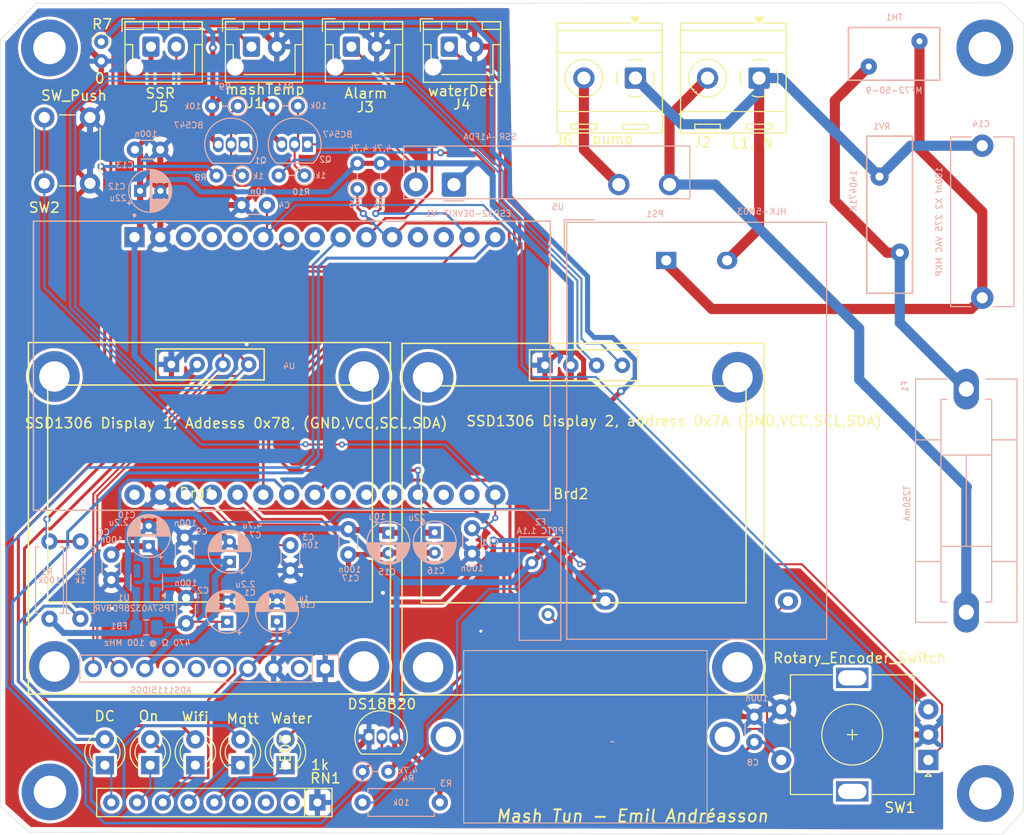
<source format=kicad_pcb>
(kicad_pcb (version 20241229) (generator "pcbnew") (generator_version "9.0")
  (layers (0 "F.Cu" signal) (2 "B.Cu" signal) (13 "F.Paste" user) (15 "B.Paste" user) (5 "F.SilkS" user "F.Silkscreen") (7 "B.SilkS" user "B.Silkscreen") (1 "F.Mask" user) (3 "B.Mask" user) (25 "Edge.Cuts" user))
  (net 0 "")
  (net 1 "rotoryEncoderA")
  (net 2 "Net-(LED1-K)")
  (net 3 "Net-(LED2-K)")
  (net 4 "rotoryEncoderB")
  (net 5 "DC")
  (net 6 "Alarm")
  (net 7 "AirTempDS8B20")
  (net 8 "Net-(LED3-K)")
  (net 9 "Net-(J5-Pin_2)")
  (net 10 "Net-(Q1-B)")
  (net 11 "GND_DIG")
  (net 12 "PumpPin")
  (net 13 "AC_N")
  (net 14 "WifiLED")
  (net 15 "MqttLED")
  (net 16 "Net-(DC1-K)")
  (net 17 "OnOffLED")
  (net 18 "waterDetection")
  (net 19 "confirmButton")
  (net 20 "AC_L")
  (net 21 "Net-(U1-IN)")
  (net 22 "Net-(U4-EN)")
  (net 23 "+3V3_DIG")
  (net 27 "Net-(Q2-B)")
  (net 43 "Net-(PS1-+Vout)")
  (net 44 "I2C_SDA")
  (net 45 "I2C_SCL")
  (net 46 "MASH_TEMP_LP")
  (net 47 "+3V3_ADC")
  (net 48 "AC_L_FUSED")
  (net 49 "AC_L_PSU")
  (net 50 "AC_L_PUMP")
  (net 51 "MASH_TEMP")
  (net 55 "Net-(OnOff1-K)")
  (net 56 "GND_PWR")
  (net 57 "Net-(Q2-C)")
  (footprint "Resistor_THT:R_Axial_DIN0204_L3.6mm_D1.6mm_P1.90mm_Vertical" (layer "F.Cu") (at 110.5154 58.4504 -90)
    (property "Reference" "R7")
    (property "Value" "0")
  )
  (footprint "Button_Switch_THT:SW_PUSH_6mm" (layer "F.Cu") (at 104.902 72.413 90)
    (property "Reference" "SW2")
    (property "Value" "SW_Push")
  )
  (footprint "Connector_JST:JST_XH_B2B-XH-AM_1x02_P2.50mm_Vertical" (layer "F.Cu") (at 125.318 58.928)
    (property "Reference" "J1")
    (property "Value" "mashTemp")
  )
  (footprint "LED_THT:LED_D3.0mm" (layer "F.Cu") (at 110.871 129.793999 90)
    (property "Reference" "DC1" (hide yes))
    (property "Value" "DC")
  )
  (footprint "Connector_JST:JST_XH_B2B-XH-AM_1x02_P2.50mm_Vertical" (layer "F.Cu") (at 135.168 58.928)
    (property "Reference" "J3")
    (property "Value" "Alarm")
  )
  (footprint "MountingHole:MountingHole_3.2mm_M3_DIN965_Pad" (layer "F.Cu") (at 197.612 59.055)
    (property "Reference" "H1" (hide yes))
    (property "Value" "MountingHole" (hide yes))
  )
  (footprint "MountingHole:MountingHole_3.2mm_M3_DIN965_Pad" (layer "F.Cu") (at 105.4608 132.4356)
    (property "Reference" "H3" (hide yes))
    (property "Value" "MountingHole" (hide yes))
  )
  (footprint "SSD1306:ssd1306_1.3''" (layer "F.Cu") (at 149.178 92.892)
    (property "Reference" "Brd2")
    (property "Value" "SSD1306 Display 2, address 0x7A (GND,VCC,SCL,SDA)")
  )
  (footprint "LED_THT:LED_D3.0mm" (layer "F.Cu") (at 119.788 129.793998 90)
    (property "Reference" "LED1" (hide yes))
    (property "Value" "Wifi")
  )
  (footprint "Connector_JST:JST_XH_B2B-XH-AM_1x02_P2.50mm_Vertical" (layer "F.Cu") (at 144.82 58.928)
    (property "Reference" "J4")
    (property "Value" "waterDet")
  )
  (footprint "LED_THT:LED_D3.0mm" (layer "F.Cu") (at 128.678 129.793998 90)
    (property "Reference" "LED3")
    (property "Value" "Water")
  )
  (footprint "Package_TO_SOT_THT:TO-92L_Inline" (layer "F.Cu") (at 136.906 127)
    (property "Reference" "Air_temp1" (hide yes))
    (property "Value" "DS18B20")
  )
  (footprint "Rotary_Encoder:RotaryEncoder_Alps_EC11E-Switch_Vertical_H20mm" (layer "F.Cu") (at 192.046 129.286 180)
    (property "Reference" "SW1")
    (property "Value" "Rotary_Encoder_Switch")
  )
  (footprint "SSD1306:ssd1306_1.3''" (layer "F.Cu") (at 112.348 92.8104)
    (property "Reference" "Brd1")
    (property "Value" "SSD1306 Display 1, Addesss 0x78, (GND,VCC,SCL,SDA)")
  )
  (footprint "MountingHole:MountingHole_3.2mm_M3_DIN965_Pad" (layer "F.Cu") (at 105.41 59.055)
    (property "Reference" "H2" (hide yes))
    (property "Value" "MountingHole" (hide yes))
  )
  (footprint "Resistor_THT:R_Array_SIP9" (layer "F.Cu") (at 131.826 133.477 180)
    (property "Reference" "RN1")
    (property "Value" "1k")
  )
  (footprint "TerminalBlock_RND:TerminalBlock_RND_205-00287_1x02_P5.08mm_Horizontal" (layer "F.Cu") (at 163.1696 62.0268 180)
    (property "Reference" "J6")
    (property "Value" "pump")
  )
  (footprint "TerminalBlock_RND:TerminalBlock_RND_205-00287_1x02_P5.08mm_Horizontal" (layer "F.Cu") (at 175.3616 62.0268 180)
    (property "Reference" "J2")
    (property "Value" "L1, N")
  )
  (footprint "Connector_JST:JST_XH_B2B-XH-AM_1x02_P2.50mm_Vertical" (layer "F.Cu") (at 115.412 58.928)
    (property "Reference" "J5")
    (property "Value" "SSR")
  )
  (footprint "LED_THT:LED_D3.0mm" (layer "F.Cu") (at 115.343001 129.794 90)
    (property "Reference" "OnOff1" (hide yes))
    (property "Value" "On")
  )
  (footprint "LED_THT:LED_D3.0mm" (layer "F.Cu") (at 124.233 129.793998 90)
    (property "Reference" "LED2" (hide yes))
    (property "Value" "Mqtt")
  )
  (footprint "MountingHole:MountingHole_3.2mm_M3_DIN965_Pad" (layer "F.Cu") (at 197.6628 132.588)
    (property "Reference" "H4" (hide yes))
    (property "Value" "MountingHole" (hide yes))
  )
  (footprint "Capacitor_THT:C_Disc_D3.0mm_W1.6mm_P2.50mm" (layer "B.Cu") (at 174.893999 127.516001 90)
    (property "Reference" "C8")
    (property "Value" "100n")
  )
  (footprint "Resistor_THT:R_Axial_DIN0204_L3.6mm_D1.6mm_P2.54mm_Vertical" (layer "B.Cu") (at 130.5445 71.6315 180)
    (property "Reference" "R10")
    (property "Value" "1k")
  )
  (footprint "Resistor_THT:R_Axial_DIN0207_L6.3mm_D2.5mm_P7.62mm_Horizontal" (layer "B.Cu") (at 143.891 133.477 180)
    (property "Reference" "R3")
    (property "Value" "10k")
  )
  (footprint "Capacitor_THT:C_Disc_D3.0mm_W1.6mm_P2.50mm" (layer "B.Cu") (at 111.506 109.026 -90)
    (property "Reference" "C6")
    (property "Value" "100n")
  )
  (footprint "Resistor_THT:R_Axial_DIN0204_L3.6mm_D1.6mm_P2.54mm_Vertical" (layer "B.Cu") (at 135.763 72.975 90)
    (property "Reference" "R5")
    (property "Value" "4.7k")
  )
  (footprint "AllprojectsFootprint:AlarmModule" (layer "B.Cu") (at 157.988 127)
    (property "Reference" "U3" (hide yes))
    (property "Value" "~")
  )
  (footprint "Capacitor_THT:CP_Radial_D4.0mm_P2.00mm" (layer "B.Cu") (at 143.383 106.839 -90)
    (property "Reference" "C16")
    (property "Value" "22u")
  )
  (footprint "Varistor:RV_Disc_D15.5mm_W4.5mm_P7.5mm" (layer "B.Cu") (at 189.23 79.248 90)
    (property "Reference" "RV1")
    (property "Value" "14D471K")
  )
  (footprint "Capacitor_THT:C_Rect_L16.5mm_W6.0mm_P15.00mm_MKT" (layer "B.Cu") (at 197.358 83.7 90)
    (property "Reference" "C14")
    (property "Value" "100nf X2 275 VAC MKP")
  )
  (footprint "Capacitor_THT:C_Disc_D3.0mm_W1.6mm_P2.50mm" (layer "B.Cu") (at 116.332 69.088 180)
    (property "Reference" "C13")
    (property "Value" "100n")
  )
  (footprint "Resistor_THT:R_Axial_DIN0204_L3.6mm_D1.6mm_P2.54mm_Vertical" (layer "B.Cu") (at 138.049 72.975 90)
    (property "Reference" "R6")
    (property "Value" "4.7k")
  )
  (footprint "Resistor_THT:R_Axial_DIN0204_L3.6mm_D1.6mm_P2.54mm_Vertical" (layer "B.Cu") (at 124.41 71.649 180)
    (property "Reference" "R8")
    (property "Value" "1k")
  )
  (footprint "Package_TO_SOT_THT:TO-92_Inline" (layer "B.Cu") (at 130.8485 68.5625 180)
    (property "Reference" "Q2")
    (property "Value" "BC547")
  )
  (footprint "Capacitor_SMD:C_0805_2012Metric_Pad1.18x1.45mm_HandSolder" (layer "B.Cu") (at 114.9565 116.205001)
    (property "Reference" "FB1")
    (property "Value" "470 Ω @ 100 MHz")
  )
  (footprint "Converter_ACDC:Converter_ACDC_Hi-Link_HLK-5Mxx" (layer "B.Cu") (at 166.207 80.0115 -90)
    (property "Reference" "PS1")
    (property "Value" "HLK-5M03")
  )
  (footprint "Capacitor_THT:CP_Radial_D4.0mm_P2.00mm" (layer "B.Cu") (at 123.19 109.736 90)
    (property "Reference" "C7")
    (property "Value" "4.7u")
  )
  (footprint "Resistor_THT:R_Axial_DIN0204_L3.6mm_D1.6mm_P2.54mm_Vertical" (layer "B.Cu") (at 123.979 64.791 180)
    (property "Reference" "R9")
    (property "Value" "10k")
  )
  (footprint "Resistor_THT:R_Axial_DIN0207_L6.3mm_D2.5mm_P7.62mm_Horizontal" (layer "B.Cu") (at 108.458 115.356 90)
    (property "Reference" "R2")
    (property "Value" "1k")
  )
  (footprint "Capacitor_THT:C_Disc_D3.0mm_W1.6mm_P2.50mm" (layer "B.Cu") (at 134.874 109.0168 90)
    (property "Reference" "C17")
    (property "Value" "100n")
  )
  (footprint "Varistor:RV_Disc_D9mm_W5.2mm_P5mm" (layer "B.Cu") (at 186.171199 60.8892)
    (property "Reference" "TH1")
    (property "Value" "MF72-5D-9")
  )
  (footprint "Resistor_THT:R_Axial_DIN0207_L6.3mm_D2.5mm_P7.62mm_Horizontal" (layer "B.Cu") (at 105.41 107.736 -90)
    (property "Reference" "R1")
    (property "Value" "100k")
  )
  (footprint "Resistor_THT:R_Axial_DIN0204_L3.6mm_D1.6mm_P2.54mm_Vertical" (layer "B.Cu") (at 136.271 130.429)
    (property "Reference" "R4")
    (property "Value" "4.7k")
  )
  (footprint "Capacitor_THT:C_Disc_D3.0mm_W1.6mm_P2.50mm" (layer "B.Cu") (at 147.066 108.926 90)
    (property "Reference" "C11")
    (property "Value" "100n")
  )
  (footprint "Package_TO_SOT_SMD:SOT-23-5" (layer "B.Cu") (at 114.996001 111.7655 90)
    (property "Reference" "U1")
    (property "Value" "TPS7A0328PDBVR")
  )
  (footprint "Capacitor_THT:CP_Radial_D4.0mm_P2.00mm" (layer "B.Cu") (at 122.936 115.653601 90)
    (property "Reference" "C1")
    (property "Value" "2.2u")
  )
  (footprint "Fuse_Holders_and_Fuses:Fuseholder5x20_horiz_SemiClosed_Casing10x25mm" (layer "B.Cu") (at 195.7832 92.71 -90)
    (property "Reference" "F1")
    (property "Value" "T250mA")
  )
  (footprint "Capacitor_THT:CP_Radial_D4.0mm_P2.00mm" (layer "B.Cu") (at 138.811001 106.871001 -90)
    (property "Reference" "C15")
    (property "Value" "10u")
  )
  (footprint "Fuse:Fuse_BelFuse_0ZRE0016FF_L9.9mm_W3.8mm" (layer "B.Cu") (at 154.559 114.935 90)
    (property "Reference" "F2")
    (property "Value" "PPTC 1.1A")
  )
  (footprint "Capacitor_THT:CP_Radial_D4.0mm_P2.00mm" (layer "B.Cu") (at 114.3434 73.152)
    (property "Reference" "C12")
    (property "Value" "22u")
  )
  (footprint "Capacitor_THT:C_Disc_D3.0mm_W1.6mm_P2.50mm" (layer "B.Cu") (at 126.853 74.549 180)
    (property "Reference" "C4")
    (property "Value" "10n")
  )
  (footprint "Capacitor_THT:CP_Radial_D4.0mm_P2.00mm" (layer "B.Cu") (at 127.8382 115.6282 90)
    (property "Reference" "C18")
    (property "Value" "1u")
  )
  (footprint "Capacitor_THT:C_Disc_D3.0mm_W1.6mm_P2.50mm" (layer "B.Cu") (at 118.745 109.855 90)
    (property "Reference" "C9")
    (property "Value" "100n")
  )
  (footprint "ESP32_DEVKIT_V1:ESP32_DEVKIT_V1" (layer "B.Cu") (at 129.307 90.424 -90)
    (property "Reference" "U4")
    (property "Value" "ESP32-DEVKIT-V1")
  )
  (footprint "Package_TO_SOT_THT:TO-92_Inline" (layer "B.Cu") (at 124.587 68.58 180)
    (property "Reference" "Q1")
    (property "Value" "BC547")
  )
  (footprint "Capacitor_THT:CP_Radial_D4.0mm_P2.00mm" (layer "B.Cu") (at 115.189 108.2006 90)
    (property "Reference" "C10")
    (property "Value" "2.2u")
  )
  (footprint "Capacitor_THT:C_Disc_D3.0mm_W1.6mm_P2.50mm" (layer "B.Cu") (at 118.872 115.804 90)
    (property "Reference" "C2")
    (property "Value" "100n")
  )
  (footprint "OptoDevice:Finder_34.81" (layer "B.Cu") (at 145.282001 72.531499)
    (property "Reference" "U5")
    (property "Value" "SSR-41FDA")
  )
  (footprint "Capacitor_THT:C_Disc_D3.0mm_W1.6mm_P2.50mm" (layer "B.Cu") (at 129.159 108.097 -90)
    (property "Reference" "C3")
    (property "Value" "10n")
  )
  (footprint "Resistor_THT:R_Axial_DIN0204_L3.6mm_D1.6mm_P2.54mm_Vertical" (layer "B.Cu") (at 129.8956 64.77 180)
    (property "Reference" "R11")
    (property "Value" "10k")
  )
  (footprint "Connector_PinSocket_2.54mm:PinSocket_1x10_P2.54mm_Vertical" (layer "B.Cu") (at 132.588 120.269 90)
    (property "Reference" "U2")
    (property "Value" "ADS1115IDGS")
  )
  (gr_poly (pts (xy 199.338926 54.609726) (xy 201.449755 56.720555) (xy 201.398058 134.317584) (xy 199.271744 136.65236) (xy 103.378 136.398) (xy 100.5586 133.860542) (xy 100.5586 58.293462) (xy 104.063469 54.661143)) (stroke (width 0.05)) (fill no) (layer "Edge.Cuts"))
  (gr_text "Mash Tun - Emil Andréasson" (at 149.352 135.509 0) (layer "F.SilkS") (effects (font (size 1.2 1.2) (thickness 0.1875) (italic yes)) (justify left bottom)))
  (segment (start 121.57 104.425) (end 120.173 104.425) (width 0.2) (layer "F.Cu") (net 1))
  (segment (start 193.397 123.797108) (end 193.397 127.935) (width 0.2) (layer "F.Cu") (net 1))
  (segment (start 129.159 108.097) (end 125.242 108.097) (width 0.2) (layer "F.Cu") (net 1))
  (segment (start 120.173 104.425) (end 118.872 103.124) (width 0.2) (layer "F.Cu") (net 1))
  (segment (start 179.581756 109.981864) (end 193.397 123.797108) (width 0.2) (layer "F.Cu") (net 1))
  (segment (start 157.708736 109.981864) (end 179.581756 109.981864) (width 0.2) (layer "F.Cu") (net 1))
  (segment (start 193.397 127.935) (end 192.046 129.286) (width 0.2) (layer "F.Cu") (net 1))
  (segment (start 125.242 108.097) (end 121.57 104.425) (width 0.2) (layer "F.Cu") (net 1))
  (via (at 157.708736 109.981864) (size 0.6) (drill 0.3) (layers "F.Cu" "B.Cu") (net 1))
  (segment (start 121.551 105.803) (end 118.872 103.124) (width 0.2) (layer "B.Cu") (net 1))
  (segment (start 132.969 105.803) (end 121.551 105.803) (width 0.2) (layer "B.Cu") (net 1))
  (segment (start 134.247 104.525) (end 132.969 105.803) (width 0.2) (layer "B.Cu") (net 1))
  (segment (start 192.411999 129.286001) (end 192.046 129.286) (width 0.2) (layer "B.Cu") (net 1))
  (segment (start 152.251872 104.525) (end 157.708736 109.981864) (width 0.2) (layer "B.Cu") (net 1))
  (segment (start 134.247 104.525) (end 152.251872 104.525) (width 0.2) (layer "B.Cu") (net 1))
  (segment (start 116.586 133.477) (end 119.788001 130.275) (width 0.2) (layer "B.Cu") (net 2))
  (segment (start 119.788001 130.275) (end 119.788 129.793998) (width 0.2) (layer "B.Cu") (net 2))
  (segment (start 119.126 133.476999) (end 122.809001 129.793998) (width 0.2) (layer "B.Cu") (net 3))
  (segment (start 122.809001 129.793998) (end 124.233 129.793998) (width 0.2) (layer "B.Cu") (net 3))
  (segment (start 126.853 77.362999) (end 126.492 77.723999) (width 0.2) (layer "F.Cu") (net 4))
  (segment (start 126.853 74.549) (end 126.853 77.362999) (width 0.2) (layer "F.Cu") (net 4))
  (segment (start 126.345 77.576999) (end 126.492 77.723999) (width 0.2) (layer "F.Cu") (net 4))
  (segment (start 129.666999 74.549) (end 126.492 77.723999) (width 0.2) (layer "B.Cu") (net 4))
  (segment (start 148.158314 74.549) (end 129.666999 74.549) (width 0.2) (layer "B.Cu") (net 4))
  (segment (start 151.955 90.375) (end 151.955 78.345686) (width 0.2) (layer "B.Cu") (net 4))
  (segment (start 151.955 78.345686) (end 148.158314 74.549) (width 0.2) (layer "B.Cu") (net 4))
  (segment (start 151.955 90.375) (end 153.095 91.515) (width 0.2) (layer "B.Cu") (net 4))
  (segment (start 153.095 91.515) (end 159.275 91.515) (width 0.2) (layer "B.Cu") (net 4))
  (segment (start 159.275 91.515) (end 192.046 124.286) (width 0.2) (layer "B.Cu") (net 4))
  (segment (start 110.853 71.102) (end 110.49 70.739) (width 0.3) (layer "F.Cu") (net 5))
  (segment (start 102.346 121.531687) (end 108.068312 127.253999) (width 0.3) (layer "F.Cu") (net 5))
  (segment (start 110.853 98.707214) (end 110.853 71.102) (width 0.3) (layer "F.Cu") (net 5))
  (segment (start 110.853 98.707214) (end 102.346 107.214214) (width 0.3) (layer "F.Cu") (net 5))
  (segment (start 102.346 107.214214) (end 102.346 121.531687) (width 0.3) (layer "F.Cu") (net 5))
  (segment (start 108.068312 127.253999) (end 110.871 127.253999) (width 0.3) (layer "F.Cu") (net 5))
  (via (at 110.49 70.739) (size 0.7) (drill 0.35) (layers "F.Cu" "B.Cu") (net 5))
  (segment (start 112.341 102.522976) (end 113.190976 101.673) (width 0.3) (layer "B.Cu") (net 5))
  (segment (start 102.346 121.531687) (end 102.346 115.800876) (width 0.3) (layer "B.Cu") (net 5))
  (segment (start 110.49 70.739) (end 120.96 70.739) (width 0.3) (layer "B.Cu") (net 5))
  (segment (start 110.871 127.253999) (end 108.068312 127.253999) (width 0.3) (layer "B.Cu") (net 5))
  (segment (start 108.068312 127.253999) (end 102.346 121.531687) (width 0.3) (layer "B.Cu") (net 5))
  (segment (start 120.96 70.739) (end 121.87 71.649) (width 0.3) (layer "B.Cu") (net 5))
  (segment (start 112.341 105.805876) (end 112.341 102.522976) (width 0.3) (layer "B.Cu") (net 5))
  (segment (start 127.581 101.673) (end 129.032 103.124) (width 0.3) (layer "B.Cu") (net 5))
  (segment (start 113.190976 101.673) (end 127.581 101.673) (width 0.3) (layer "B.Cu") (net 5))
  (segment (start 102.346 115.800876) (end 112.341 105.805876) (width 0.3) (layer "B.Cu") (net 5))
  (segment (start 143.108001 73.1843) (end 140.445301 75.847) (width 0.25) (layer "F.Cu") (net 6))
  (segment (start 138.529001 75.847) (end 136.652001 77.724) (width 0.25) (layer "F.Cu") (net 6))
  (segment (start 143.108001 66.868001) (end 143.108001 73.1843) (width 0.25) (layer "F.Cu") (net 6))
  (segment (start 135.168 58.928) (end 143.108001 66.868001) (width 0.25) (layer "F.Cu") (net 6))
  (segment (start 140.445301 75.847) (end 138.529001 75.847) (width 0.25) (layer "F.Cu") (net 6))
  (segment (start 138.176 128.524) (end 136.271 130.429) (width 0.25) (layer "F.Cu") (net 7))
  (segment (start 138.176 127) (end 138.176 128.524) (width 0.25) (layer "F.Cu") (net 7))
  (segment (start 131.390562 99.132562) (end 131.390562 80.445438) (width 0.25) (layer "B.Cu") (net 7))
  (segment (start 136.271 131.445) (end 132.206 135.51) (width 0.25) (layer "B.Cu") (net 7))
  (segment (start 132.206 135.51) (end 110.827457 135.51) (width 0.25) (layer "B.Cu") (net 7))
  (segment (start 101.219 121.998505) (end 101.219 108.37657) (width 0.25) (layer "B.Cu") (net 7))
  (segment (start 101.219 108.37657) (end 109.15657 100.439) (width 0.25) (layer "B.Cu") (net 7))
  (segment (start 109.15657 100.439) (end 130.084124 100.439) (width 0.25) (layer "B.Cu") (net 7))
  (segment (start 105.180248 125.959752) (end 105.053247 125.832752) (width 0.25) (layer "B.Cu") (net 7))
  (segment (start 131.390562 80.445438) (end 134.112 77.724) (width 0.25) (layer "B.Cu") (net 7))
  (segment (start 108.967 129.746505) (end 105.180248 125.959752) (width 0.25) (layer "B.Cu") (net 7))
  (segment (start 105.180248 125.959752) (end 101.219 121.998505) (width 0.25) (layer "B.Cu") (net 7))
  (segment (start 136.271 130.429) (end 136.271 131.445) (width 0.25) (layer "B.Cu") (net 7))
  (segment (start 108.967 133.649543) (end 108.967 129.746505) (width 0.25) (layer "B.Cu") (net 7))
  (segment (start 110.827457 135.51) (end 108.967 133.649543) (width 0.25) (layer "B.Cu") (net 7))
  (segment (start 130.084124 100.439) (end 131.390562 99.132562) (width 0.25) (layer "B.Cu") (net 7))
  (segment (start 127.477 130.994999) (end 124.148001 130.994999) (width 0.2) (layer "B.Cu") (net 8))
  (segment (start 128.678 129.793998) (end 127.477 130.994999) (width 0.2) (layer "B.Cu") (net 8))
  (segment (start 124.148001 130.994999) (end 121.666 133.477) (width 0.2) (layer "B.Cu") (net 8))
  (segment (start 123.409 72.063628) (end 123.995372 72.65) (width 0.2) (layer "F.Cu") (net 9))
  (segment (start 123.995372 72.65) (end 124.824628 72.65) (width 0.2) (layer "F.Cu") (net 9))
  (segment (start 125.411 72.063628) (end 125.411 69.404) (width 0.2) (layer "F.Cu") (net 9))
  (segment (start 117.912 58.928) (end 117.912 65.908851) (width 0.2) (layer "F.Cu") (net 9))
  (segment (start 123.409 71.405851) (end 123.409 72.063628) (width 0.2) (layer "F.Cu") (net 9))
  (segment (start 117.912 65.908851) (end 123.409 71.405851) (width 0.2) (layer "F.Cu") (net 9))
  (segment (start 125.411 69.404) (end 124.587 68.58) (width 0.2) (layer "F.Cu") (net 9))
  (segment (start 124.824628 72.65) (end 125.411 72.063628) (width 0.2) (layer "F.Cu") (net 9))
  (segment (start 123.317 65.453) (end 123.317 68.58) (width 0.2) (layer "F.Cu") (net 10))
  (segment (start 124.41 71.649) (end 123.317 70.556) (width 0.2) (layer "F.Cu") (net 10))
  (segment (start 123.317 70.556) (end 123.317 68.58) (width 0.2) (layer "F.Cu") (net 10))
  (segment (start 123.979 64.791) (end 123.317 65.453) (width 0.2) (layer "F.Cu") (net 10))
  (segment (start 143.1906 112.8014) (end 138.2776 112.8014) (width 0.5) (layer "F.Cu") (net 11))
  (segment (start 117.094 111.526) (end 118.872 113.304) (width 0.5) (layer "F.Cu") (net 11))
  (segment (start 115.189 106.2006) (end 115.189 104.266999) (width 0.6) (layer "F.Cu") (net 11))
  (segment (start 180.046001 126.786) (end 192.046 126.785999) (width 0.6) (layer "F.Cu") (net 11))
  (segment (start 147.32 58.928) (end 148.77 58.928) (width 0.6) (layer "F.Cu") (net 11))
  (segment (start 119.221601 113.653601) (end 118.872 113.304) (width 0.6) (layer "F.Cu") (net 11))
  (segment (start 126.361 90.0684) (end 126.361 89.726537) (width 0.6) (layer "F.Cu") (net 11))
  (segment (start 164.459942 123.986) (end 155.9814 115.507458) (width 0.5) (layer "F.Cu") (net 11))
  (segment (start 114.905477 99.360677) (end 120.214077 94.052077) (width 0.6) (layer "F.Cu") (net 11))
  (segment (start 131.826 132.08) (end 131.826 133.477) (width 0.6) (layer "F.Cu") (net 11))
  (segment (start 155.9814 109.0168) (end 158.061 106.9372) (width 0.5) (layer "F.Cu") (net 11))
  (segment (start 110.570618 56.626) (end 109.2644 57.932218) (width 0.6) (layer "F.Cu") (net 11))
  (segment (start 122.936 113.653601) (end 119.221601 113.653601) (width 0.6) (layer "F.Cu") (net 11))
  (segment (start 173.762629 125.016001) (end 172.732628 123.986) (width 0.5) (layer "F.Cu") (net 11))
  (segment (start 110.5154 64.7996) (end 109.402 65.913) (width 0.5) (layer "F.Cu") (net 11))
  (segment (start 120.214077 94.052077) (end 123.123186 94.052077) (width 0.6) (layer "F.Cu") (net 11))
  (segment (start 126.361 89.277) (end 125.349 88.265) (width 0.6) (layer "F.Cu") (net 11))
  (segment (start 116.332 73.1634) (end 116.3434 73.152) (width 0.6) (layer "F.Cu") (net 11))
  (segment (start 154.308 77.46976) (end 154.308 90.302) (width 0.6) (layer "F.Cu") (net 11))
  (segment (start 116.332 69.088) (end 116.332 73.1406) (width 0.6) (layer "F.Cu") (net 11))
  (segment (start 123.1144 113.832001) (end 122.936 113.6536) (width 0.6) (layer "F.Cu") (net 11))
  (segment (start 125.349 88.265) (end 124.841 88.265) (width 0.6) (layer "F.Cu") (net 11))
  (segment (start 158.061 106.9372) (end 158.061 105.0544) (width 0.5) (layer "F.Cu") (net 11))
  (segment (start 154.308 90.302) (end 154.258 90.352) (width 0.6) (layer "F.Cu") (net 11))
  (segment (start 114.905477 101.697478) (end 114.905477 99.360677) (width 0.6) (layer "F.Cu") (net 11))
  (segment (start 177.546 124.286) (end 180.046001 126.786) (width 0.6) (layer "F.Cu") (net 11))
  (segment (start 109.2644 59.0994) (end 110.5154 60.3504) (width 0.6) (layer "F.Cu") (net 11))
  (segment (start 119.506999 74.549) (end 124.353 74.549) (width 0.6) (layer "F.Cu") (net 11))
  (segment (start 116.332 77.723999) (end 116.332 73.1634) (width 0.6) (layer "F.Cu") (net 11))
  (segment (start 110.5154 60.3504) (end 110.5154 64.7996) (width 0.5) (layer "F.Cu") (net 11))
  (segment (start 174.893999 125.016001) (end 173.762629 125.016001) (width 0.5) (layer "F.Cu") (net 11))
  (segment (start 116.332 73.1406) (end 116.3434 73.152) (width 0.6) (layer "F.Cu") (net 11))
  (segment (start 157.321152 89.089) (end 155.521 89.089) (width 0.5) (layer "F.Cu") (net 11))
  (segment (start 158.061 89.828848) (end 157.321152 89.089) (width 0.5) (layer "F.Cu") (net 11))
  (segment (start 136.906 127) (end 131.826 132.08) (width 0.6) (layer "F.Cu") (net 11))
  (segment (start 109.2644 57.932218) (end 109.2644 59.0994) (width 0.6) (layer "F.Cu") (net 11))
  (segment (start 127.818 58.928) (end 127.818 58.867576) (width 0.6) (layer "F.Cu") (net 11))
  (segment (start 172.732628 123.986) (end 164.459942 123.986) (width 0.5) (layer "F.Cu") (net 11))
  (segment (start 126.361 89.726537) (end 126.361 89.277) (width 0.6) (layer "F.Cu") (net 11))
  (segment (start 123.123186 94.052077) (end 126.361 90.814263) (width 0.6) (layer "F.Cu") (net 11))
  (segment (start 155.9814 115.507458) (end 155.9814 109.0168) (width 0.5) (layer "F.Cu") (net 11))
  (segment (start 111.506 111.526) (end 117.094 111.526) (width 0.5) (layer "F.Cu") (net 11))
  (segment (start 148.77 58.928) (end 150.5238 60.6818) (width 0.6) (layer "F.Cu") (net 11))
  (segment (start 127.818 58.867576) (end 125.576424 56.626) (width 0.6) (layer "F.Cu") (net 11))
  (segment (start 150.5238 73.68556) (end 154.308 77.46976) (width 0.6) (layer "F.Cu") (net 11))
  (segment (start 116.331999 103.124) (end 114.905477 101.697478) (width 0.6) (layer "F.Cu") (net 11))
  (segment (start 116.332 77.723999) (end 119.506999 74.549) (width 0.6) (layer "F.Cu") (net 11))
  (segment (start 155.521 89.089) (end 154.258 90.352) (width 0.5) (layer "F.Cu") (net 11))
  (segment (start 150.5238 60.6818) (end 150.5238 73.68556) (width 0.6) (layer "F.Cu") (net 11))
  (segment (start 126.361 90.814263) (end 126.361 90.0684) (width 0.6) (layer "F.Cu") (net 11))
  (segment (start 125.576424 56.626) (end 110.570618 56.626) (width 0.6) (layer "F.Cu") (net 11))
  (segment (start 115.189 104.266999) (end 116.331999 103.124) (width 0.6) (layer "F.Cu") (net 11))
  (segment (start 158.061 105.0544) (end 158.061 89.828848) (width 0.5) (layer "F.Cu") (net 11))
  (segment (start 147.066 108.926) (end 143.1906 112.8014) (width 0.5) (layer "F.Cu") (net 11))
  (via (at 147.9296 116.586) (size 0.6) (drill 0.3) (layers "F.Cu" "B.Cu") (net 11))
  (via (at 111.6076 114.3508) (size 0.6) (drill 0.3) (layers "F.Cu" "B.Cu") (net 11))
  (via (at 138.2776 112.8014) (size 0.8) (drill 0.4) (layers "F.Cu" "B.Cu") (net 11))
  (via (at 124.841 88.265) (size 0.8) (drill 0.4) (layers "F.Cu" "B.Cu") (net 11))
  (segment (start 124.841 88.265) (end 119.4334 88.265) (width 0.6) (layer "B.Cu") (net 11))
  (segment (start 135.7938 110.597) (end 129.159 110.597) (width 0.5) (layer "B.Cu") (net 11))
  (segment (start 131.572 113.01) (end 129.159 110.597) (width 0.6) (layer "B.Cu") (net 11))
  (segment (start 109.402 65.913) (end 109.402 72.413) (width 0.6) (layer "B.Cu") (net 11))
  (segment (start 117.5906 106.200599) (end 115.189 106.2006) (width 0.6) (layer "B.Cu") (net 11))
  (segment (start 177.546 124.286) (end 175.623999 124.285999) (width 0.6) (layer "B.Cu") (net 11))
  (segment (start 118.1095 114.0665) (end 118.872 113.304) (width 0.5) (layer "B.Cu") (net 11))
  (segment (start 138.2776 112.8014) (end 137.9982 112.8014) (width 0.5) (layer "B.Cu") (net 11))
  (segment (start 123.114399 113.832) (end 122.936 113.653601) (width 0.6) (layer "B.Cu") (net 11))
  (segment (start 111.9665 74.9775) (end 115.366428 74.9775) (width 0.6) (layer "B.Cu") (net 11))
  (segment (start 126.051 110.597) (end 123.19 107.736) (width 0.5) (layer "B.Cu") (net 11))
  (segment (start 111.9665 74.9775) (end 109.402 72.413) (width 0.6) (layer "B.Cu") (net 11))
  (segment (start 117.428 78.819999) (end 117.428 90.352) (width 0.6) (layer "B.Cu") (net 11))
  (segment (start 127.8636 113.6536) (end 127.8636 111.8924) (width 0.5) (layer "B.Cu") (net 11))
  (segment (start 131.826 124.587) (end 127.508 120.269) (width 0.6) (layer "B.Cu") (net 11))
  (segment (start 131.572 116.205) (end 131.572 113.01) (width 0.6) (layer "B.Cu") (net 11))
  (segment (start 175.623999 124.285999) (end 174.893999 125.016) (width 0.6) (layer "B.Cu") (net 11))
  (segment (start 137.9982 112.8014) (end 135.7938 110.597) (width 0.5) (layer "B.Cu") (net 11))
  (segment (start 115.522191 114.0665) (end 118.1095 114.0665) (width 0.5) (layer "B.Cu") (net 11))
  (segment (start 127.508 120.269) (end 131.572 116.205) (width 0.6) (layer "B.Cu") (net 11))
  (segment (start 145.869 57.327) (end 139.269 57.327) (width 0.6) (layer "B.Cu") (net 11))
  (segment (start 139.269 57.327) (end 137.668 58.928) (width 0.6) (layer "B.Cu") (net 11))
  (segment (start 119.4334 88.265) (end 119.2302 88.4682) (width 0.6) (layer "B.Cu") (net 11))
  (segment (start 137.668 58.778) (end 137.668 58.928) (width 0.6) (layer "B.Cu") (net 11))
  (segment (start 118.745 107.355) (end 117.5906 106.200599) (width 0.6) (layer "B.Cu") (net 11))
  (segment (start 131.826 133.477) (end 131.826 124.587) (width 0.6) (layer "B.Cu") (net 11))
  (segment (start 147.32 58.778) (end 145.869 57.327) (width 0.6) (layer "B.Cu") (net 11))
  (segment (start 116.332 77.723999) (end 117.428 78.819999) (width 0.6) (layer "B.Cu") (net 11))
  (segment (start 129.419 57.327) (end 136.217 57.327) (width 0.6) (layer "B.Cu") (net 11))
  (segment (start 127.818 58.928) (end 129.419 57.327) (width 0.6) (layer "B.Cu") (net 11))
  (segment (start 122.809 107.355) (end 123.19 107.736) (width 0.6) (layer "B.Cu") (net 11))
  (segment (start 114.996001 112.903) (end 114.996001 113.54031) (width 0.5) (layer "B.Cu") (net 11))
  (segment (start 116.3434 74.000528) (end 116.3434 73.152) (width 0.6) (layer "B.Cu") (net 11))
  (segment (start 129.159 110.597) (end 126.051 110.597) (width 0.5) (layer "B.Cu") (net 11))
  (segment (start 147.32 58.928) (end 147.32 58.778) (width 0.6) (layer "B.Cu") (net 11))
  (segment (start 136.217 57.327) (end 137.668 58.778) (width 0.6) (layer "B.Cu") (net 11))
  (segment (start 192.332 126.5) (end 192.046 126.785999) (width 0.6) (layer "B.Cu") (net 11))
  (segment (start 115.366428 74.9775) (end 116.3434 74.000528) (width 0.6) (layer "B.Cu") (net 11))
  (segment (start 127.8636 111.8924) (end 129.159 110.597) (width 0.5) (layer "B.Cu") (net 11))
  (segment (start 114.996001 113.54031) (end 115.522191 114.0665) (width 0.5) (layer "B.Cu") (net 11))
  (segment (start 119.2302 88.4682) (end 117.428 90.2704) (width 0.6) (layer "B.Cu") (net 11))
  (segment (start 118.745 107.355) (end 122.809 107.355) (width 0.6) (layer "B.Cu") (net 11))
  (segment (start 143.9672 69.3928) (end 147.3708 69.3928) (width 0.25) (layer "F.Cu") (net 12))
  (segment (start 142.252878 87.4776) (end 133.604 87.4776) (width 0.25) (layer "F.Cu") (net 12))
  (segment (start 149.1996 74.0966) (end 151.229 76.126) (width 0.25) (layer "F.Cu") (net 12))
  (segment (start 151.229 78.501478) (end 142.252878 87.4776) (width 0.25) (layer "F.Cu") (net 12))
  (segment (start 126.491999 94.589601) (end 126.491999 103.124) (width 0.25) (layer "F.Cu") (net 12))
  (segment (start 133.604 87.4776) (end 126.491999 94.589601) (width 0.25) (layer "F.Cu") (net 12))
  (segment (start 151.229 76.126) (end 151.229 78.501478) (width 0.25) (layer "F.Cu") (net 12))
  (segment (start 147.3708 69.3928) (end 149.1996 71.2216) (width 0.25) (layer "F.Cu") (net 12))
  (segment (start 149.1996 71.2216) (end 149.1996 74.0966) (width 0.25) (layer "F.Cu") (net 12))
  (via (at 143.9672 69.3928) (size 0.7) (drill 0.35) (layers "F.Cu" "B.Cu") (net 12))
  (segment (start 143.9334 69.359) (end 132.079 69.359) (width 0.25) (layer "B.Cu") (net 12))
  (segment (start 131.334 70.104) (end 129.532 70.104) (width 0.25) (layer "B.Cu") (net 12))
  (segment (start 143.9672 69.3928) (end 143.9334 69.359) (width 0.25) (layer "B.Cu") (net 12))
  (segment (start 129.532 70.104) (end 128.0045 71.6315) (width 0.25) (layer "B.Cu") (net 12))
  (segment (start 132.079 69.359) (end 131.334 70.104) (width 0.25) (layer "B.Cu") (net 12))
  (segment (start 172.207 80.0115) (end 175.3616 76.8569) (width 1) (layer "F.Cu") (net 13))
  (segment (start 175.3616 76.8569) (end 175.3616 62.0268) (width 1) (layer "F.Cu") (net 13))
  (segment (start 163.1696 62.0268) (end 167.7206 66.5778) (width 1) (layer "B.Cu") (net 13))
  (segment (start 187.23 71.747999) (end 177.508801 62.0268) (width 1) (layer "B.Cu") (net 13))
  (segment (start 175.3616 63.382886) (end 175.3616 62.0268) (width 1) (layer "B.Cu") (net 13))
  (segment (start 197.358 68.7) (end 190.277999 68.7) (width 1) (layer "B.Cu") (net 13))
  (segment (start 177.508801 62.0268) (end 175.3616 62.0268) (width 1) (layer "B.Cu") (net 13))
  (segment (start 167.7206 66.5778) (end 172.166686 66.5778) (width 1) (layer "B.Cu") (net 13))
  (segment (start 190.277999 68.7) (end 187.23 71.747999) (width 1) (layer "B.Cu") (net 13))
  (segment (start 172.166686 66.5778) (end 175.3616 63.382886) (width 1) (layer "B.Cu") (net 13))
  (segment (start 129.032 77.724) (end 121.295 85.461) (width 0.3) (layer "F.Cu") (net 14))
  (segment (start 104.891818 106.485) (end 102.947 108.429818) (width 0.3) (layer "F.Cu") (net 14))
  (segment (start 121.295 85.461) (end 121.295 90.704168) (width 0.3) (layer "F.Cu") (net 14))
  (segment (start 102.947 121.282745) (end 107.567255 125.903) (width 0.3) (layer "F.Cu") (net 14))
  (segment (start 102.947 108.429818) (end 102.947 121.282745) (width 0.3) (layer "F.Cu") (net 14))
  (segment (start 121.295 90.704168) (end 105.514168 106.485) (width 0.3) (layer "F.Cu") (net 14))
  (segment (start 118.437002 125.903) (end 119.788 127.253998) (width 0.3) (layer "F.Cu") (net 14))
  (segment (start 107.567255 125.903) (end 118.437002 125.903) (width 0.3) (layer "F.Cu") (net 14))
  (segment (start 105.514168 106.485) (end 104.891818 106.485) (width 0.3) (layer "F.Cu") (net 14))
  (segment (start 112.757 133.995182) (end 112.024182 134.728) (width 0.3) (layer "B.Cu") (net 15))
  (segment (start 132.794838 79.785038) (end 147.290962 79.785038) (width 0.3) (layer "B.Cu") (net 15))
  (segment (start 109.52 129.555629) (end 101.745 121.780629) (width 0.3) (layer "B.Cu") (net 15))
  (segment (start 122.882 125.902998) (end 114.762001 125.902998) (width 0.3) (layer "B.Cu") (net 15))
  (segment (start 113.049034 100.965) (end 130.302 100.965) (width 0.3) (layer "B.Cu") (net 15))
  (segment (start 101.745 121.780629) (end 101.745 113.716182) (width 0.3) (layer "B.Cu") (net 15))
  (segment (start 107.207 106.807034) (end 113.049034 100.965) (width 0.3) (layer "B.Cu") (net 15))
  (segment (start 124.233 127.253998) (end 122.882 125.902998) (width 0.3) (layer "B.Cu") (net 15))
  (segment (start 109.52 133.260182) (end 109.52 129.555629) (width 0.3) (layer "B.Cu") (net 15))
  (segment (start 131.916562 80.663314) (end 132.794838 79.785038) (width 0.3) (layer "B.Cu") (net 15))
  (segment (start 130.302 100.965) (end 131.916562 99.350438) (width 0.3) (layer "B.Cu") (net 15))
  (segment (start 112.757 127.907999) (end 112.757 133.995182) (width 0.3) (layer "B.Cu") (net 15))
  (segment (start 112.024182 134.728) (end 110.987818 134.728) (width 0.3) (layer "B.Cu") (net 15))
  (segment (start 110.987818 134.728) (end 109.52 133.260182) (width 0.3) (layer "B.Cu") (net 15))
  (segment (start 114.762001 125.902998) (end 112.757 127.907999) (width 0.3) (layer "B.Cu") (net 15))
  (segment (start 131.916562 99.350438) (end 131.916562 80.663314) (width 0.3) (layer "B.Cu") (net 15))
  (segment (start 101.745 113.716182) (end 107.207 108.254182) (width 0.3) (layer "B.Cu") (net 15))
  (segment (start 107.207 108.254182) (end 107.207 106.807034) (width 0.3) (layer "B.Cu") (net 15))
  (segment (start 147.290962 79.785038) (end 149.352 77.724) (width 0.3) (layer "B.Cu") (net 15))
  (segment (start 111.506 130.428999) (end 110.871 129.793999) (width 0.2) (layer "B.Cu") (net 16))
  (segment (start 111.506 133.477) (end 111.506 130.428999) (width 0.2) (layer "B.Cu") (net 16))
  (segment (start 115.343001 127.254) (end 118.512 130.422999) (width 0.25) (layer "F.Cu") (net 17))
  (segment (start 126.365 105.537) (end 123.952 103.124) (width 0.25) (layer "F.Cu") (net 17))
  (segment (start 133.604 106.934) (end 132.207 105.537) (width 0.25) (layer "F.Cu") (net 17))
  (segment (start 121.064 131.069998) (end 121.064 123.366826) (width 0.25) (layer "F.Cu") (net 17))
  (segment (start 125.874463 117.558) (end 129.1522 117.558) (width 0.25) (layer "F.Cu") (net 17))
  (segment (start 118.512 131.069998) (end 121.064 131.069998) (width 0.25) (layer "F.Cu") (net 17))
  (segment (start 123.692 120.738826) (end 123.692 119.740463) (width 0.25) (layer "F.Cu") (net 17))
  (segment (start 121.064 123.366826) (end 123.692 120.738826) (width 0.25) (layer "F.Cu") (net 17))
  (segment (start 129.1522 117.558) (end 133.604 113.1062) (width 0.25) (layer "F.Cu") (net 17))
  (segment (start 132.207 105.537) (end 126.365 105.537) (width 0.25) (layer "F.Cu") (net 17))
  (segment (start 118.512 130.422999) (end 118.512 131.069998) (width 0.25) (layer "F.Cu") (net 17))
  (segment (start 123.692 119.740463) (end 125.874463 117.558) (width 0.25) (layer "F.Cu") (net 17))
  (segment (start 133.604 113.1062) (end 133.604 106.934) (width 0.25) (layer "F.Cu") (net 17))
  (segment (start 147.32 104.648) (end 143.255999 104.648) (width 0.3) (layer "F.Cu") (net 18))
  (segment (start 147.121827 61.229827) (end 144.82 58.928) (width 0.3) (layer "F.Cu") (net 18))
  (segment (start 143.255999 104.648) (end 141.732 103.124001) (width 0.3) (layer "F.Cu") (net 18))
  (segment (start 127.017999 98.620799) (end 127.017999 94.807477) (width 0.3) (layer "F.Cu") (net 18))
  (segment (start 136.9876 123.093) (end 143.950345 123.093) (width 0.3) (layer "F.Cu") (net 18))
  (segment (start 128.678 127.253998) (end 132.920598 123.0114) (width 0.3) (layer "F.Cu") (net 18))
  (segment (start 141.732 100.711) (end 129.1082 100.711) (width 0.3) (layer "F.Cu") (net 18))
  (segment (start 151.755 78.719354) (end 151.755 75.908124) (width 0.3) (layer "F.Cu") (net 18))
  (segment (start 148.701173 61.229827) (end 147.121827 61.229827) (width 0.3) (layer "F.Cu") (net 18))
  (segment (start 136.906 123.0114) (end 136.9876 123.093) (width 0.3) (layer "F.Cu") (net 18))
  (segment (start 129.1082 100.711) (end 127.017999 98.620799) (width 0.3) (layer "F.Cu") (net 18))
  (segment (start 150.202 107.53) (end 147.32 104.648) (width 0.3) (layer "F.Cu") (net 18))
  (segment (start 143.950345 123.093) (end 150.202 116.841345) (width 0.3) (layer "F.Cu") (net 18))
  (segment (start 127.017999 94.807477) (end 133.821876 88.0036) (width 0.3) (layer "F.Cu") (net 18))
  (segment (start 132.920598 123.0114) (end 136.906 123.0114) (width 0.3) (layer "F.Cu") (net 18))
  (segment (start 150.202 116.841345) (end 150.202 107.53) (width 0.3) (layer "F.Cu") (net 18))
  (segment (start 149.8228 62.351454) (end 148.701173 61.229827) (width 0.3) (layer "F.Cu") (net 18))
  (segment (start 149.8228 73.975924) (end 149.8228 62.351454) (width 0.3) (layer "F.Cu") (net 18))
  (segment (start 142.470754 88.0036) (end 151.755 78.719354) (width 0.3) (layer "F.Cu") (net 18))
  (segment (start 151.755 75.908124) (end 149.8228 73.975924) (width 0.3) (layer "F.Cu") (net 18))
  (segment (start 133.821876 88.0036) (end 142.470754 88.0036) (width 0.3) (layer "F.Cu") (net 18))
  (via (at 141.732 100.711) (size 0.7) (drill 0.35) (layers "F.Cu" "B.Cu") (net 18))
  (segment (start 141.732 100.711) (end 141.732 103.124001) (width 0.3) (layer "B.Cu") (net 18))
  (segment (start 171.25058 128.951) (end 170.0276 127.72802) (width 0.3) (layer "F.Cu") (net 19))
  (segment (start 150.803 102.522976) (end 149.953024 101.673) (width 0.3) (layer "F.Cu") (net 19))
  (segment (start 170.0276 127.72802) (end 170.0276 126.238) (width 0.3) (layer "F.Cu") (net 19))
  (segment (start 150.803 112.4966) (end 150.803 102.522976) (width 0.3) (layer "F.Cu") (net 19))
  (segment (start 133.023001 101.673) (end 131.572 103.124001) (width 0.3) (layer "F.Cu") (net 19))
  (segment (start 154.476834 116.31796) (end 150.803 112.644126) (width 0.3) (layer "F.Cu") (net 19))
  (segment (start 173.459 128.951) (end 171.25058 128.951) (width 0.3) (layer "F.Cu") (net 19))
  (segment (start 150.803 112.714836) (end 150.803 112.4966) (width 0.3) (layer "F.Cu") (net 19))
  (segment (start 150.803 112.644126) (end 150.803 112.4966) (width 0.3) (layer "F.Cu") (net 19))
  (segment (start 149.953024 101.673) (end 133.023001 101.673) (width 0.3) (layer "F.Cu") (net 19))
  (segment (start 174.893999 127.516001) (end 173.459 128.951) (width 0.3) (layer "F.Cu") (net 19))
  (segment (start 168.8776 125.088) (end 164.003479 125.088) (width 0.3) (layer "F.Cu") (net 19))
  (segment (start 164.003479 125.088) (end 155.23344 116.31796) (width 0.3) (layer "F.Cu") (net 19))
  (segment (start 170.0276 126.238) (end 168.8776 125.088) (width 0.3) (layer "F.Cu") (net 19))
  (segment (start 155.23344 116.31796) (end 154.476834 116.31796) (width 0.3) (layer "F.Cu") (net 19))
  (segment (start 177.546 129.286) (end 175.776 127.516) (width 0.3) (layer "B.Cu") (net 19))
  (segment (start 175.776 127.516) (end 174.893999 127.516001) (width 0.3) (layer "B.Cu") (net 19))
  (segment (start 166.532001 65.776399) (end 170.2816 62.0268) (width 1) (layer "F.Cu") (net 20))
  (segment (start 166.532001 72.531499) (end 166.532001 65.776399) (width 1) (layer "F.Cu") (net 20))
  (segment (start 166.532001 72.531499) (end 171.030242 72.531499) (width 1) (layer "B.Cu") (net 20))
  (segment (start 195.7832 102.4128) (end 195.7832 114.71) (width 1) (layer "B.Cu") (net 20))
  (segment (start 195.834 102.362) (end 195.7832 102.4128) (width 1) (layer "B.Cu") (net 20))
  (segment (start 185.229001 91.757001) (end 195.834 102.362) (width 1) (layer "B.Cu") (net 20))
  (segment (start 185.229001 86.730258) (end 185.229001 91.757001) (width 1) (layer "B.Cu") (net 20))
  (segment (start 171.030242 72.531499) (end 185.229001 86.730258) (width 1) (layer "B.Cu") (net 20))
  (segment (start 119.022399 115.653601) (end 118.872 115.804) (width 0.2) (layer "F.Cu") (net 21))
  (segment (start 122.936 115.653601) (end 119.022399 115.653601) (width 0.2) (layer "F.Cu") (net 21))
  (segment (start 119.34876 112.153) (end 120.023 112.82724) (width 0.2) (layer "B.Cu") (net 21))
  (segment (start 122.785601 115.804) (end 122.936 115.653601) (width 0.2) (layer "B.Cu") (net 21))
  (segment (start 116.696001 112.153) (end 119.34876 112.153) (width 0.2) (layer "B.Cu") (net 21))
  (segment (start 115.946001 116.157002) (end 115.994 116.205001) (width 0.2) (layer "B.Cu") (net 21))
  (segment (start 115.994 116.205001) (end 118.470999 116.205001) (width 0.2) (layer "B.Cu") (net 21))
  (segment (start 115.946001 112.903) (end 116.696001 112.153) (width 0.2) (layer "B.Cu") (net 21))
  (segment (start 118.470999 116.205001) (end 118.872 115.804) (width 0.2) (layer "B.Cu") (net 21))
  (segment (start 120.023 112.82724) (end 120.023 114.653) (width 0.2) (layer "B.Cu") (net 21))
  (segment (start 120.023 114.653) (end 118.872 115.804) (width 0.2) (layer "B.Cu") (net 21))
  (segment (start 134.239 98.171) (end 131.826 98.171) (width 0.2) (layer "F.Cu") (net 22))
  (segment (start 149.352 105.41) (end 149.352 103.124) (width 0.2) (layer "F.Cu") (net 22))
  (segment (start 149.078 103.398) (end 149.352 103.124) (width 0.2) (layer "F.Cu") (net 22))
  (segment (start 131.572 98.171) (end 130.683 98.171) (width 0.2) (layer "F.Cu") (net 22))
  (segment (start 130.683 98.171) (end 130.6576 98.1456) (width 0.2) (layer "F.Cu") (net 22))
  (segment (start 131.826 98.171) (end 131.572 98.171) (width 0.2) (layer "F.Cu") (net 22))
  (via (at 149.352 105.41) (size 0.6) (drill 0.3) (layers "F.Cu" "B.Cu") (net 22))
  (via (at 130.6576 98.1456) (size 0.6) (drill 0.3) (layers "F.Cu" "B.Cu") (net 22))
  (via (at 134.239 98.171) (size 0.6) (drill 0.3) (layers "F.Cu" "B.Cu") (net 22))
  (segment (start 149.352 103.124) (end 144.399 98.171) (width 0.2) (layer "B.Cu") (net 22))
  (segment (start 152.979513 108.390386) (end 153.995 109.405873) (width 0.2) (layer "B.Cu") (net 22))
  (segment (start 130.6322 98.171) (end 120.395436 98.171) (width 0.2) (layer "B.Cu") (net 22))
  (segment (start 152.843654 110.870999) (end 151.303652 112.411) (width 0.2) (layer "B.Cu") (net 22))
  (segment (start 136.271 133.477) (end 137.40237 133.477) (width 0.2) (layer "B.Cu") (net 22))
  (segment (start 145.5928 115.586) (end 145.5928 122.8852) (width 0.2) (layer "B.Cu") (net 22))
  (segment (start 142.687 125.791) (end 145.5928 122.8852) (width 0.2) (layer "B.Cu") (net 22))
  (segment (start 137.40237 133.477) (end 142.687 128.19237) (width 0.2) (layer "B.Cu") (net 22))
  (segment (start 147.066 106.426) (end 147.066 106.587447) (width 0.2) (layer "B.Cu") (net 22))
  (segment (start 148.7678 112.411) (end 145.5928 115.586) (width 0.2) (layer "B.Cu") (net 22))
  (segment (start 153.995 109.405873) (end 153.995 110.264125) (width 0.2) (layer "B.Cu") (net 22))
  (segment (start 151.303652 112.411) (end 148.7678 112.411) (width 0.2) (layer "B.Cu") (net 22))
  (segment (start 104.902 82.677564) (end 104.902 72.413) (width 0.2) (layer "B.Cu") (net 22))
  (segment (start 130.6576 98.1456) (end 130.6322 98.171) (width 0.2) (layer "B.Cu") (net 22))
  (segment (start 120.395436 98.171) (end 104.902 82.677564) (width 0.2) (layer "B.Cu") (net 22))
  (segment (start 147.066 106.587447) (end 148.868939 108.390386) (width 0.2) (layer "B.Cu") (net 22))
  (segment (start 148.336 106.426) (end 149.352 105.41) (width 0.2) (layer "B.Cu") (net 22))
  (segment (start 153.995 110.264125) (end 153.388126 110.870999) (width 0.2) (layer "B.Cu") (net 22))
  (segment (start 144.399 98.171) (end 134.239 98.171) (width 0.2) (layer "B.Cu") (net 22))
  (segment (start 104.902 72.413) (end 104.902 65.913) (width 0.2) (layer "B.Cu") (net 22))
  (segment (start 142.687 128.19237) (end 142.687 125.791) (width 0.2) (layer "B.Cu") (net 22))
  (segment (start 147.066 106.426) (end 148.336 106.426) (width 0.2) (layer "B.Cu") (net 22))
  (segment (start 153.388126 110.870999) (end 152.843654 110.870999) (width 0.2) (layer "B.Cu") (net 22))
  (segment (start 148.868939 108.390386) (end 152.979513 108.390386) (width 0.2) (layer "B.Cu") (net 22))
  (segment (start 114.3434 73.152) (end 114.3434 69.5994) (width 0.6) (layer "F.Cu") (net 23))
  (segment (start 138.545001 106.605) (end 138.811001 106.871001) (width 0.6) (layer "F.Cu") (net 23))
  (segment (start 143.891 131.445) (end 139.446 127) (width 0.5) (layer "F.Cu") (net 23))
  (segment (start 156.798 105.995999) (end 156.798 90.352) (width 0.6) (layer "F.Cu") (net 23))
  (segment (start 139.446 129.794) (end 139.446 127) (width 0.5) (layer "F.Cu") (net 23))
  (segment (start 143.351001 106.871001) (end 143.383 106.839) (width 0.6) (layer "F.Cu") (net 23))
  (segment (start 114.3434 69.5994) (end 113.832 69.088) (width 0.6) (layer "F.Cu") (net 23))
  (segment (start 138.049 70.435) (end 135.763 70.435) (width 0.5) (layer "F.Cu") (net 23))
  (segment (start 152.959 109.834999) (end 156.798 105.995999) (width 0.6) (layer "F.Cu") (net 23))
  (segment (start 134.747001 106.605) (end 138.545001 106.605) (width 0.6) (layer "F.Cu") (net 23))
  (segment (start 138.811 130.429) (end 139.446 129.794) (width 0.5) (layer "F.Cu") (net 23))
  (segment (start 114.3434 77.1726) (end 113.792 77.724) (width 0.6) (layer "F.Cu") (net 23))
  (segment (start 138.811001 106.871001) (end 143.351001 106.871001) (width 0.6) (layer "F.Cu") (net 23))
  (segment (start 115.412 67.508) (end 113.832 69.088) (width 0.5) (layer "F.Cu") (net 23))
  (segment (start 143.891 133.477) (end 143.891 131.445) (width 0.5) (layer "F.Cu") (net 23))
  (segment (start 114.3434 73.152) (end 114.3434 77.1726) (width 0.6) (layer "F.Cu") (net 23))
  (segment (start 115.412 58.928) (end 115.412 67.508) (width 0.5) (layer "F.Cu") (net 23))
  (segment (start 113.919 113.030001) (end 114.046001 112.903) (width 0.6) (layer "B.Cu") (net 23))
  (segment (start 147.3785 70.435) (end 147.8616 70.435) (width 0.5) (layer "B.Cu") (net 23))
  (segment (start 156.798 82.268032) (end 149.101184 74.571216) (width 0.6) (layer "B.Cu") (net 23))
  (segment (start 119.709436 104.9528) (end 121.210636 106.454) (width 0.6) (layer "B.Cu") (net 23))
  (segment (start 132.95 73.248) (end 120.2888 73.248) (width 0.5) (layer "B.Cu") (net 23))
  (segment (start 113.145001 106.546128) (end 114.738329 104.9528) (width 0.6) (layer "B.Cu") (net 23))
  (segment (start 120.2888 73.248) (end 119.0752 72.0344) (width 0.5) (layer "B.Cu") (net 23))
  (segment (start 114.738329 104.9528) (end 119.709436 104.9528) (width 0.6) (layer "B.Cu") (net 23))
  (segment (start 106.811 116.757) (end 105.41 115.356) (width 0.6) (layer "B.Cu") (net 23))
  (segment (start 149.101184 74.571216) (end 149.101184 71.674584) (width 0.6) (layer "B.Cu") (net 23))
  (segment (start 135.763 70.435) (end 132.95 73.248) (width 0.5) (layer "B.Cu") (net 23))
  (segment (start 147.8616 70.435) (end 138.049 70.435) (width 0.6) (layer "B.Cu") (net 23))
  (segment (start 113.145001 112.002) (end 113.145001 106.546128) (width 0.6) (layer "B.Cu") (net 23))
  (segment (start 149.101184 71.674584) (end 147.8616 70.435) (width 0.6) (layer "B.Cu") (net 23))
  (segment (start 121.210636 106.454) (end 134.8112 106.454) (width 0.6) (layer "B.Cu") (net 23))
  (segment (start 113.367001 116.757) (end 106.811 116.757) (width 0.6) (layer "B.Cu") (net 23))
  (segment (start 134.8112 106.454) (end 134.874 106.5168) (width 0.6) (layer "B.Cu") (net 23))
  (segment (start 152.959 109.834999) (end 151.033999 111.76) (width 0.6) (layer "B.Cu") (net 23))
  (segment (start 139.627 126.819) (end 139.627 111.484999) (width 0.6) (layer "B.Cu") (net 23))
  (segment (start 116.065 91.715) (end 113.792 89.442) (width 0.6) (layer "B.Cu") (net 23))
  (segment (start 119.968 90.352) (end 118.605 91.715) (width 0.6) (layer "B.Cu") (net 23))
  (segment (start 113.919 116.205001) (end 113.919 113.030001) (width 0.6) (layer "B.Cu") (net 23))
  (segment (start 139.627 111.484999) (end 134.747001 106.605) (width 0.6) (layer "B.Cu") (net 23))
  (segment (start 156.798 90.352) (end 156.798 82.268032) (width 0.6) (layer "B.Cu") (net 23))
  (segment (start 114.046001 112.903) (end 113.145001 112.002) (width 0.6) (layer "B.Cu") (net 23))
  (segment (start 139.446 127) (end 139.627 126.819) (width 0.6) (layer "B.Cu") (net 23))
  (segment (start 113.792 89.442) (end 113.792 77.724) (width 0.6) (layer "B.Cu") (net 23))
  (segment (start 151.033999 111.76) (end 139.902001 111.76) (width 0.6) (layer "B.Cu") (net 23))
  (segment (start 139.902001 111.76) (end 139.627 111.484999) (width 0.6) (layer "B.Cu") (net 23))
  (segment (start 145.282001 72.531499) (end 147.3785 70.435) (width 0.5) (layer "B.Cu") (net 23))
  (segment (start 113.919 116.205001) (end 113.367001 116.757) (width 0.6) (layer "B.Cu") (net 23))
  (segment (start 119.0752 72.0344) (end 115.461 72.0344) (width 0.5) (layer "B.Cu") (net 23))
  (segment (start 115.461 72.0344) (end 114.3434 73.152) (width 0.5) (layer "B.Cu") (net 23))
  (segment (start 118.605 91.715) (end 116.065 91.715) (width 0.6) (layer "B.Cu") (net 23))
  (segment (start 129.5785 70.6655) (end 129.5785 68.5625) (width 0.2) (layer "F.Cu") (net 27))
  (segment (start 130.5445 71.6315) (end 129.5785 70.6655) (width 0.2) (layer "F.Cu") (net 27))
  (segment (start 129.9095 64.7735) (end 129.9095 68.2315) (width 0.2) (layer "F.Cu") (net 27))
  (segment (start 176.145 115.6735) (end 178.207 113.6115) (width 0.2) (layer "F.Cu") (net 43))
  (segment (start 173.972265 126.217001) (end 175.854315 126.217001) (width 0.2) (layer "F.Cu") (net 43))
  (segment (start 175.854315 126.217001) (end 176.145 125.926316) (width 0.2) (layer "F.Cu") (net 43))
  (segment (start 154.559 114.935) (end 164.211 124.587) (width 0.2) (layer "F.Cu") (net 43))
  (segment (start 172.342264 124.587) (end 173.972265 126.217001) (width 0.2) (layer "F.Cu") (net 43))
  (segment (start 164.211 124.587) (end 172.342264 124.587) (width 0.2) (layer "F.Cu") (net 43))
  (segment (start 176.145 125.926316) (end 176.145 115.6735) (width 0.2) (layer "F.Cu") (net 43))
  (segment (start 135.763 74.803) (end 136.3472 75.3872) (width 0.25) (layer "F.Cu") (net 44))
  (segment (start 150.728 78.293958) (end 147.925958 81.096) (width 0.25) (layer "F.Cu") (net 44))
  (segment (start 124.805708 90.2704) (end 125.048 90.2704) (width 0.2) (layer "F.Cu") (net 44))
  (segment (start 127.041686 81.096) (end 124.065 84.072686) (width 0.25) (layer "F.Cu") (net 44))
  (segment (start 121.93815 91.40735) (end 110.129 103.2165) (width 0.2) (layer "F.Cu") (net 44))
  (segment (start 139.192 77.724) (end 140.568 76.348) (width 0.25) (layer "F.Cu") (net 44))
  (segment (start 124.065 89.2874) (end 125.048 90.2704) (width 0.25) (layer "F.Cu") (net 44))
  (segment (start 123.91105 91.40735) (end 121.93815 91.40735) (width 0.2) (layer "F.Cu") (net 44))
  (segment (start 150.728 77.154042) (end 150.728 78.293958) (width 0.25) (layer "F.Cu") (net 44))
  (segment (start 140.568 76.348) (end 149.921958 76.348) (width 0.25) (layer "F.Cu") (net 44))
  (segment (start 124.065 84.072686) (end 124.065 89.2874) (width 0.25) (layer "F.Cu") (net 44))
  (segment (start 135.763 72.975) (end 135.763 74.803) (width 0.25) (layer "F.Cu") (net 44))
  (segment (start 149.921958 76.348) (end 150.728 77.154042) (width 0.25) (layer "F.Cu") (net 44))
  (segment (start 125.048 90.2704) (end 123.91105 91.40735) (width 0.2) (layer "F.Cu") (net 44))
  (segment (start 110.129 103.2165) (end 110.129 118.13) (width 0.2) (layer "F.Cu") (net 44))
  (segment (start 147.925958 81.096) (end 127.041686 81.096) (width 0.25) (layer "F.Cu") (net 44))
  (segment (start 110.129 118.13) (end 112.268 120.269) (width 0.2) (layer "F.Cu") (net 44))
  (via (at 136.3472 75.3872) (size 0.7) (drill 0.35) (layers "F.Cu" "B.Cu") (net 44))
  (segment (start 140.793354 61.879) (end 110.9089 61.879) (width 0.2) (layer "B.Cu") (net 44))
  (segment (start 157.85 81.832278) (end 150.153184 74.135462) (width 0.2) (layer "B.Cu") (net 44))
  (segment (start 107.442 84.650464) (end 115.608536 92.817) (width 0.2) (layer "B.Cu") (net 44))
  (segment (start 150.153184 74.135462) (end 150.153184 71.23883) (width 0.2) (layer "B.Cu") (net 44))
  (segment (start 110.9089 61.879) (end 107.442 65.3459) (width 0.2) (layer "B.Cu") (net 44))
  (segment (start 143.787677 64.873323) (end 143.366353 64.452) (width 0.2) (layer "B.Cu") (net 44))
  (segment (start 115.608536 92.817) (end 122.5014 92.817) (width 0.2) (layer "B.Cu") (net 44))
  (segment (start 122.5014 92.817) (end 125.048 90.2704) (width 0.2) (layer "B.Cu") (net 44))
  (segment (start 161.878 90.352) (end 159.7402 88.2142) (width 0.2) (layer "B.Cu") (net 44))
  (segment (start 107.442 65.3459) (end 107.442 84.650464) (width 0.2) (layer "B.Cu") (net 44))
  (segment (start 138.684 77.724) (end 139.192 77.724) (width 0.25) (layer "B.Cu") (net 44))
  (segment (start 143.787677 64.873323) (end 140.793354 61.879) (width 0.2) (layer "B.Cu") (net 44))
  (segment (start 157.85 87.7206) (end 157.85 81.832278) (width 0.2) (layer "B.Cu") (net 44))
  (segment (start 150.153184 71.23883) (end 143.787677 64.873323) (width 0.2) (layer "B.Cu") (net 44))
  (segment (start 136.3472 75.3872) (end 138.684 77.724) (width 0.25) (layer "B.Cu") (net 44))
  (segment (start 159.7402 88.2142) (end 158.3436 88.2142) (width 0.2) (layer "B.Cu") (net 44))
  (segment (start 158.3436 88.2142) (end 157.85 87.7206) (width 0.2) (layer "B.Cu") (net 44))
  (segment (start 143.891 80.645) (end 126.854876 80.645) (width 0.25) (layer "F.Cu") (net 45))
  (segment (start 126.854876 80.645) (end 122.508 84.991876) (width 0.25) (layer "F.Cu") (net 45))
  (segment (start 146.812 77.724) (end 143.891 80.645) (width 0.25) (layer "F.Cu") (net 45))
  (segment (start 109.728 120.269) (end 109.728 103.0504) (width 0.2) (layer "F.Cu") (net 45))
  (segment (start 138.049 72.975) (end 138.049 74.9046) (width 0.25) (layer "F.Cu") (net 45))
  (segment (start 138.049 74.9046) (end 137.5664 75.3872) (width 0.25) (layer "F.Cu") (net 45))
  (segment (start 122.508 84.991876) (end 122.508 90.2704) (width 0.25) (layer "F.Cu") (net 45))
  (segment (start 109.728 103.0504) (end 122.508 90.2704) (width 0.2) (layer "F.Cu") (net 45))
  (via (at 137.5664 75.3872) (size 0.7) (drill 0.35) (layers "F.Cu" "B.Cu") (net 45))
  (segment (start 149.752184 71.40493) (end 149.752184 74.301562) (width 0.2) (layer "B.Cu") (net 45))
  (segment (start 137.5664 75.3872) (end 144.4752 75.3872) (width 0.25) (layer "B.Cu") (net 45))
  (segment (start 144.4752 75.3872) (end 146.812 77.724) (width 0.25) (layer "B.Cu") (net 45))
  (segment (start 112.453818 89.095182) (end 107.95 84.591364) (width 0.2) (layer "B.Cu") (net 45))
  (segment (start 143.200253 64.853) (end 149.752184 71.40493) (width 0.2) (layer "B.Cu") (net 45))
  (segment (start 120.3624 92.416) (end 115.774636 92.416) (width 0.2) (layer "B.Cu") (net 45))
  (segment (start 149.752184 74.301562) (end 157.449 81.998378) (width 0.2) (layer "B.Cu") (net 45))
  (segment (start 111.075 62.28) (end 111.1341 62.28) (width 0.2) (layer "B.Cu") (net 45))
  (segment (start 157.449 81.998378) (end 157.449 88.463) (width 0.2) (layer "B.Cu") (net 45))
  (segment (start 122.508 90.2704) (end 120.3624 92.416) (width 0.2) (layer "B.Cu") (net 45))
  (segment (start 139.7 62.28) (end 115.697 62.28) (width 0.2) (layer "B.Cu") (net 45))
  (segment (start 115.697 62.28) (end 111.1341 62.28) (width 0.2) (layer "B.Cu") (net 45))
  (segment (start 143.200253 64.853) (end 140.627253 62.28) (width 0.2) (layer "B.Cu") (net 45))
  (segment (start 107.95 84.591364) (end 107.95 65.405) (width 0.2) (layer "B.Cu") (net 45))
  (segment (start 157.449 88.463) (end 159.338 90.352) (width 0.2) (layer "B.Cu") (net 45))
  (segment (start 115.774636 92.416) (end 112.453818 89.095182) (width 0.2) (layer "B.Cu") (net 45))
  (segment (start 112.453818 89.095182) (end 112.391 89.032364) (width 0.2) (layer "B.Cu") (net 45))
  (segment (start 140.627253 62.28) (end 139.7 62.28) (width 0.2) (layer "B.Cu") (net 45))
  (segment (start 107.95 65.405) (end 111.075 62.28) (width 0.2) (layer "B.Cu") (net 45))
  (segment (start 104.675655 123.0114) (end 102.947 121.282745) (width 0.3) (layer "B.Cu") (net 46))
  (segment (start 124.968 120.269) (end 122.2256 123.0114) (width 0.3) (layer "B.Cu") (net 46))
  (segment (start 127.8636 117.3734) (end 127.8382 117.348) (width 0.3) (layer "B.Cu") (net 46))
  (segment (start 107.207 114.105) (end 108.458 115.356) (width 0.3) (layer "B.Cu") (net 46))
  (segment (start 124.968 120.269) (end 127.8636 117.3734) (width 0.3) (layer "B.Cu") (net 46))
  (segment (start 102.947 121.282745) (end 102.947 116.049818) (width 0.3) (layer "B.Cu") (net 46))
  (segment (start 104.891818 114.105) (end 107.207 114.105) (width 0.3) (layer "B.Cu") (net 46))
  (segment (start 127.8382 117.348) (end 127.8382 115.6282) (width 0.3) (layer "B.Cu") (net 46))
  (segment (start 102.947 116.049818) (end 104.891818 114.105) (width 0.3) (layer "B.Cu") (net 46))
  (segment (start 122.2256 123.0114) (end 104.675655 123.0114) (width 0.3) (layer "B.Cu") (net 46))
  (segment (start 112.3314 108.2006) (end 111.506 109.026) (width 0.6) (layer "F.Cu") (net 47))
  (segment (start 115.189 108.2006) (end 112.3314 108.2006) (width 0.6) (layer "F.Cu") (net 47))
  (segment (start 118.864 109.736) (end 118.745 109.855) (width 0.6) (layer "B.Cu") (net 47))
  (segment (start 117.972001 110.628) (end 118.745 109.855) (width 0.6) (layer "B.Cu") (net 47))
  (segment (start 119.452314 117.205) (end 121.735 114.922314) (width 0.6) (layer "B.Cu") (net 47))
  (segment (start 114.808 120.269) (end 117.872 117.205) (width 0.6) (layer "B.Cu") (net 47))
  (segment (start 121.735 111.191) (end 123.19 109.736) (width 0.6) (layer "B.Cu") (net 47))
  (segment (start 115.946 110.628) (end 117.972001 110.628) (width 0.6) (layer "B.Cu") (net 47))
  (segment (start 121.735 114.922314) (end 121.735 111.191) (width 0.6) (layer "B.Cu") (net 47))
  (segment (start 115.946 108.9576) (end 115.189 108.2006) (width 0.6) (layer "B.Cu") (net 47))
  (segment (start 117.872 117.205) (end 119.452314 117.205) (width 0.6) (layer "B.Cu") (net 47))
  (segment (start 123.19 109.736) (end 118.864 109.736) (width 0.6) (layer "B.Cu") (net 47))
  (segment (start 115.946 110.628) (end 115.946 108.9576) (width 0.6) (layer "B.Cu") (net 47))
  (segment (start 189.23 79.248) (end 187.957208 79.248) (width 1) (layer "F.Cu") (net 48))
  (segment (start 187.957208 79.248) (end 182.829 74.119792) (width 1) (layer "F.Cu") (net 48))
  (segment (start 186.171199 60.8892) (end 182.829 64.231399) (width 1) (layer "F.Cu") (net 48))
  (segment (start 182.829 64.231399) (end 182.829 74.119792) (width 1) (layer "F.Cu") (net 48))
  (segment (start 195.7832 92.71) (end 189.23 86.1568) (width 1) (layer "B.Cu") (net 48))
  (segment (start 189.23 86.1568) (end 189.23 79.248) (width 1) (layer "B.Cu") (net 48))
  (segment (start 166.207 80.0115) (end 166.207 80.314743) (width 1) (layer "F.Cu") (net 49))
  (segment (start 197.358 75.206797) (end 191.171199 69.019996) (width 1) (layer "F.Cu") (net 49))
  (segment (start 166.207 80.314743) (end 170.692256 84.799999) (width 1) (layer "F.Cu") (net 49))
  (segment (start 196.258001 84.799999) (end 197.358 83.7) (width 1) (layer "F.Cu") (net 49))
  (segment (start 170.692256 84.799999) (end 196.258001 84.799999) (width 1) (layer "F.Cu") (net 49))
  (segment (start 191.171199 69.019996) (end 191.171199 58.3892) (width 1) (layer "F.Cu") (net 49))
  (segment (start 197.358 83.7) (end 197.358 75.206797) (width 1) (layer "F.Cu") (net 49))
  (segment (start 158.0896 62.0268) (end 158.0896 69.089098) (width 1) (layer "F.Cu") (net 50))
  (segment (start 158.0896 69.089098) (end 161.532001 72.531499) (width 1) (layer "F.Cu") (net 50))
  (segment (start 105.156 105.537) (end 111.454 99.239) (width 0.3) (layer "F.Cu") (net 51))
  (segment (start 111.6664 66.550566) (end 111.6664 58.7676) (width 0.3) (layer "F.Cu") (net 51))
  (segment (start 111.454 66.762966) (end 111.6664 66.550566) (width 0.3) (layer "F.Cu") (net 51))
  (segment (start 111.6664 58.7676) (end 112.957 57.477) (width 0.3) (layer "F.Cu") (net 51))
  (segment (start 112.957 57.477) (end 123.867 57.477) (width 0.3) (layer "F.Cu") (net 51))
  (segment (start 123.867 57.477) (end 125.318 58.928) (width 0.3) (layer "F.Cu") (net 51))
  (segment (start 105.41 107.736) (end 108.458 107.735999) (width 0.3) (layer "F.Cu") (net 51))
  (segment (start 111.454 99.239) (end 111.454 66.762966) (width 0.3) (layer "F.Cu") (net 51))
  (via (at 105.156 105.537) (size 0.7) (drill 0.35) (layers "F.Cu" "B.Cu") (net 51))
  (segment (start 105.156 107.482) (end 105.41 107.736) (width 0.3) (layer "B.Cu") (net 51))
  (segment (start 105.156 105.537) (end 105.156 107.482) (width 0.3) (layer "B.Cu") (net 51))
  (segment (start 115.343001 129.794) (end 115.343 132.179999) (width 0.2) (layer "B.Cu") (net 55))
  (segment (start 115.343 132.179999) (end 114.046 133.476999) (width 0.2) (layer "B.Cu") (net 55))
  (segment (start 138.665202 109.0168) (end 138.811001 108.871001) (width 0.5) (layer "F.Cu") (net 56))
  (segment (start 137.904393 113.7024) (end 144.129492 113.7024) (width 0.5) (layer "F.Cu") (net 56))
  (segment (start 127.3695 64.7735) (end 127.3695 67.6235) (width 0.5) (layer "F.Cu") (net 56))
  (segment (start 134.874 109.0168) (end 134.874 110.672007) (width 0.5) (layer "F.Cu") (net 56))
  (segment (start 121.439 67.972) (end 122.047 68.58) (width 0.5) (layer "F.Cu") (net 56))
  (segment (start 121.439 64.791) (end 121.5136 64.7164) (width 0.5) (layer "F.Cu") (net 56))
  (segment (start 143.47 108.926) (end 143.383 108.839) (width 0.6) (layer "F.Cu") (net 56))
  (segment (start 144.129492 113.7024) (end 149.179307 108.652585) (width 0.5) (layer "F.Cu") (net 56))
  (segment (start 138.843002 108.839) (end 138.811001 108.871001) (width 0.6) (layer "F.Cu") (net 56))
  (segment (start 158.4569 113.6115) (end 156.7324 111.887) (width 0.5) (layer "F.Cu") (net 56))
  (segment (start 127.3695 67.6235) (end 128.3085 68.5625) (width 0.5) (layer "F.Cu") (net 56))
  (segment (start 158.812 95.8484) (end 161.7472 92.9132) (width 0.5) (layer "F.Cu") (net 56))
  (segment (start 149.179307 108.652585) (end 149.179307 107.640093) (width 0.5) (layer "F.Cu") (net 56))
  (segment (start 160.207001 113.6115) (end 158.4569 113.6115) (width 0.5) (layer "F.Cu") (net 56))
  (segment (start 134.874 110.672007) (end 137.904393 113.7024) (width 0.5) (layer "F.Cu") (net 56))
  (segment (start 156.7324 111.887) (end 156.7324 109.327874) (width 0.5) (layer "F.Cu") (net 56))
  (segment (start 121.439 64.791) (end 121.439 67.972) (width 0.5) (layer "F.Cu") (net 56))
  (segment (start 134.874 109.0168) (end 138.665202 109.0168) (width 0.5) (layer "F.Cu") (net 56))
  (segment (start 122.64 63.59) (end 121.439 64.791) (width 0.5) (layer "F.Cu") (net 56))
  (segment (start 127.3695 64.7735) (end 126.186 63.59) (width 0.5) (layer "F.Cu") (net 56))
  (segment (start 126.186 63.59) (end 122.64 63.59) (width 0.5) (layer "F.Cu") (net 56))
  (segment (start 138.843001 108.839) (end 138.811001 108.870999) (width 0.6) (layer "F.Cu") (net 56))
  (segment (start 121.5136 64.7164) (end 121.5136 59.0296) (width 0.5) (layer "F.Cu") (net 56))
  (segment (start 156.7324 109.327874) (end 158.812 107.248274) (width 0.5) (layer "F.Cu") (net 56))
  (segment (start 143.383 108.839) (end 138.843002 108.839) (width 0.6) (layer "F.Cu") (net 56))
  (segment (start 158.812 107.248274) (end 158.812 95.8484) (width 0.5) (layer "F.Cu") (net 56))
  (via (at 149.179307 107.640093) (size 0.8) (drill 0.4) (layers "F.Cu" "B.Cu") (net 56))
  (via (at 161.7472 92.9132) (size 0.8) (drill 0.4) (layers "F.Cu" "B.Cu") (net 56))
  (via (at 121.5136 59.0296) (size 0.8) (drill 0.4) (layers "F.Cu" "B.Cu") (net 56))
  (segment (start 149.0218 58.569197) (end 149.0218 65.5828) (width 0.5) (layer "B.Cu") (net 56))
  (segment (start 159.4866 87.6132) (end 160.925352 87.6132) (width 0.5) (layer "B.Cu") (net 56))
  (segment (start 158.451 81.583336) (end 158.451 84.0994) (width 0.5) (layer "B.Cu") (net 56))
  (segment (start 161.798 92.964) (end 161.7472 92.9132) (width 0.5) (layer "B.Cu") (net 56))
  (segment (start 149.179307 107.640093) (end 154.235594 107.640093) (width 0.5) (layer "B.Cu") (net 56))
  (segment (start 149.0218 69.257504) (end 150.754184 70.989888) (width 0.5) (layer "B.Cu") (net 56))
  (segment (start 110.5154 58.4504) (end 112.4398 56.526) (width 0.5) (layer "B.Cu") (net 56))
  (segment (start 163.141 89.828848) (end 163.141 91.621) (width 0.5) (layer "B.Cu") (net 56))
  (segment (start 158.451 86.95) (end 159.1142 87.6132) (width 0.5) (layer "B.Cu") (net 56))
  (segment (start 150.754184 70.989888) (end 150.754184 73.88652) (width 0.5) (layer "B.Cu") (net 56))
  (segment (start 121.5136 57.6436) (end 120.396 56.526) (width 0.5) (layer "B.Cu") (net 56))
  (segment (start 121.5136 59.0296) (end 121.5136 57.6436) (width 0.5) (layer "B.Cu") (net 56))
  (segment (start 160.925352 87.6132) (end 163.141 89.828848) (width 0.5) (layer "B.Cu") (net 56))
  (segment (start 146.978603 56.526) (end 149.0218 58.569197) (width 0.5) (layer "B.Cu") (net 56))
  (segment (start 154.422932 77.555268) (end 158.451 81.583336) (width 0.5) (layer "B.Cu") (net 56))
  (segment (start 158.451 84.0994) (end 158.451 86.95) (width 0.5) (layer "B.Cu") (net 56))
  (segment (start 159.1142 87.6132) (end 159.4866 87.6132) (width 0.5) (layer "B.Cu") (net 56))
  (segment (start 163.141 91.621) (end 161.798 92.964) (width 0.5) (layer "B.Cu") (net 56))
  (segment (start 120.396 56.526) (end 146.978603 56.526) (width 0.5) (layer "B.Cu") (net 56))
  (segment (start 154.235594 107.640093) (end 160.207001 113.6115) (width 0.5) (layer "B.Cu") (net 56))
  (segment (start 150.754184 73.88652) (end 154.422932 77.555268) (width 0.5) (layer "B.Cu") (net 56))
  (segment (start 112.4398 56.526) (end 120.396 56.526) (width 0.5) (layer "B.Cu") (net 56))
  (segment (start 149.0218 65.5828) (end 149.0218 69.257504) (width 0.5) (layer "B.Cu") (net 56))
  (segment (start 141.532001 70.834443) (end 139.260058 68.5625) (width 0.2) (layer "F.Cu") (net 57))
  (segment (start 139.260058 68.5625) (end 130.8485 68.5625) (width 0.2) (layer "F.Cu") (net 57))
  (segment (start 141.532001 72.531499) (end 141.532001 70.834443) (width 0.2) (layer "F.Cu") (net 57))
  (zone (net 11) (net_name "GND_DIG") (layer "F.Cu") (connect_pads (clearance 0.3)) (min_thickness 0.25) (fill yes (thermal_gap 0.5) (thermal_bridge_width 0.5))
    (polygon (pts (xy 104.0638 54.6608) (xy 150.7236 54.7116) (xy 151.0284 73.6346) (xy 154.5082 77.4954) (xy 154.2542 87.7824) (xy 154.4574 87.9856) (xy 169.3672 101.8032) (xy 180.4924 110.0836) (xy 186.0296 116.4844) (xy 193.4972 123.7488) (xy 193.4972 136.6012) (xy 187.706 136.5758) (xy 103.378 136.398) (xy 100.7872 134.0866) (xy 100.7872 58.039)))
  )
  (zone (net 11) (net_name "GND_DIG") (layer "B.Cu") (priority 1) (connect_pads (clearance 0.3)) (min_thickness 0.25) (fill yes (thermal_gap 0.5) (thermal_bridge_width 0.5))
    (polygon (pts (xy 104.0638 54.6608) (xy 150.7236 54.7116) (xy 151.0284 73.6346) (xy 154.5082 77.4954) (xy 154.4574 87.9856) (xy 169.3672 101.3968) (xy 180.4924 110.0836) (xy 186.0296 116.4844) (xy 193.4972 123.7996) (xy 193.4972 136.5504) (xy 103.378 136.398) (xy 100.7872 134.0866) (xy 100.7872 58.039)))
  )
)
</source>
